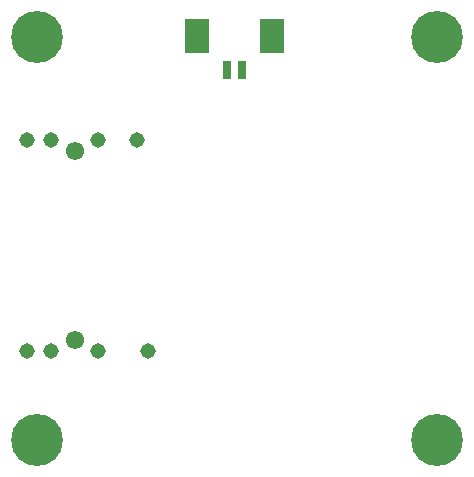
<source format=gbr>
%TF.GenerationSoftware,KiCad,Pcbnew,5.1.10-88a1d61d58~88~ubuntu18.04.1*%
%TF.CreationDate,2021-11-12T09:48:00+07:00*%
%TF.ProjectId,MX8Mx_EVK_MIPI_CSI-EYECLOUDAI_2MGSMOD_AR0234-ADAPTER,4d58384d-785f-4455-964b-5f4d4950495f,rev?*%
%TF.SameCoordinates,Original*%
%TF.FileFunction,Soldermask,Bot*%
%TF.FilePolarity,Negative*%
%FSLAX46Y46*%
G04 Gerber Fmt 4.6, Leading zero omitted, Abs format (unit mm)*
G04 Created by KiCad (PCBNEW 5.1.10-88a1d61d58~88~ubuntu18.04.1) date 2021-11-12 09:48:00*
%MOMM*%
%LPD*%
G01*
G04 APERTURE LIST*
%ADD10R,0.800000X1.600000*%
%ADD11R,2.100000X3.000000*%
%ADD12C,1.550000*%
%ADD13C,1.308000*%
%ADD14C,4.400000*%
G04 APERTURE END LIST*
D10*
%TO.C,J3*%
X123053000Y-81932100D03*
X121803000Y-81932100D03*
D11*
X125603000Y-79032100D03*
X119253000Y-79032100D03*
%TD*%
D12*
%TO.C,J1*%
X108879400Y-88793500D03*
X108879400Y-104793500D03*
D13*
X114119400Y-87893500D03*
X110879400Y-87893500D03*
X106879400Y-87893500D03*
X104849400Y-87893500D03*
X115119400Y-105693500D03*
X110879400Y-105693500D03*
X106879400Y-105693500D03*
X104849400Y-105693500D03*
%TD*%
D14*
%TO.C,H4*%
X139552680Y-79159100D03*
%TD*%
%TO.C,H3*%
X139552680Y-113235740D03*
%TD*%
%TO.C,H2*%
X105714800Y-113235740D03*
%TD*%
%TO.C,H1*%
X105714800Y-79159100D03*
%TD*%
M02*

</source>
